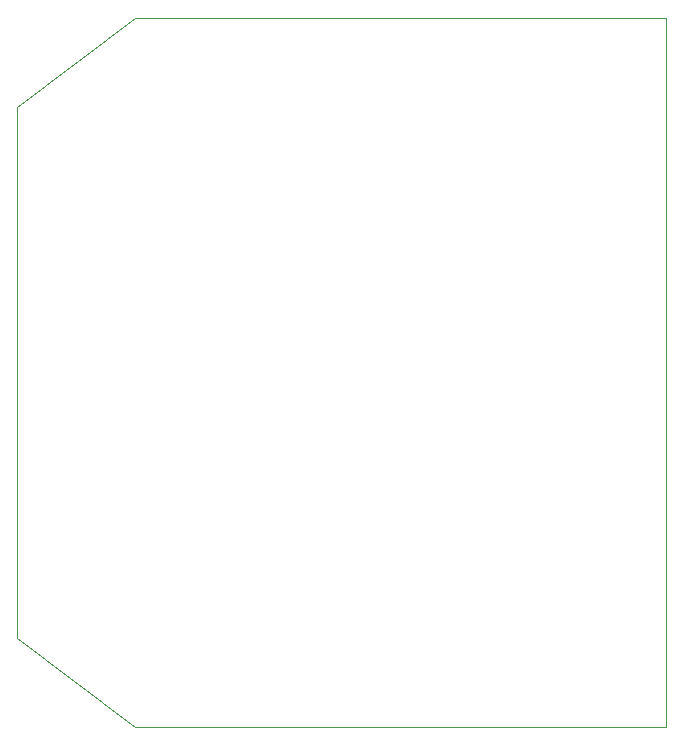
<source format=gbr>
%TF.GenerationSoftware,KiCad,Pcbnew,9.0.5*%
%TF.CreationDate,2026-01-17T00:35:45+01:00*%
%TF.ProjectId,replicazeron_stm,7265706c-6963-4617-9a65-726f6e5f7374,rev?*%
%TF.SameCoordinates,Original*%
%TF.FileFunction,Profile,NP*%
%FSLAX46Y46*%
G04 Gerber Fmt 4.6, Leading zero omitted, Abs format (unit mm)*
G04 Created by KiCad (PCBNEW 9.0.5) date 2026-01-17 00:35:45*
%MOMM*%
%LPD*%
G01*
G04 APERTURE LIST*
%TA.AperFunction,Profile*%
%ADD10C,0.050000*%
%TD*%
G04 APERTURE END LIST*
D10*
X122500000Y-97500000D02*
X77500000Y-97500000D01*
X67500000Y-90000000D01*
X67500000Y-45000000D01*
X77500000Y-37500000D01*
X122500000Y-37500000D01*
X122500000Y-97500000D01*
M02*

</source>
